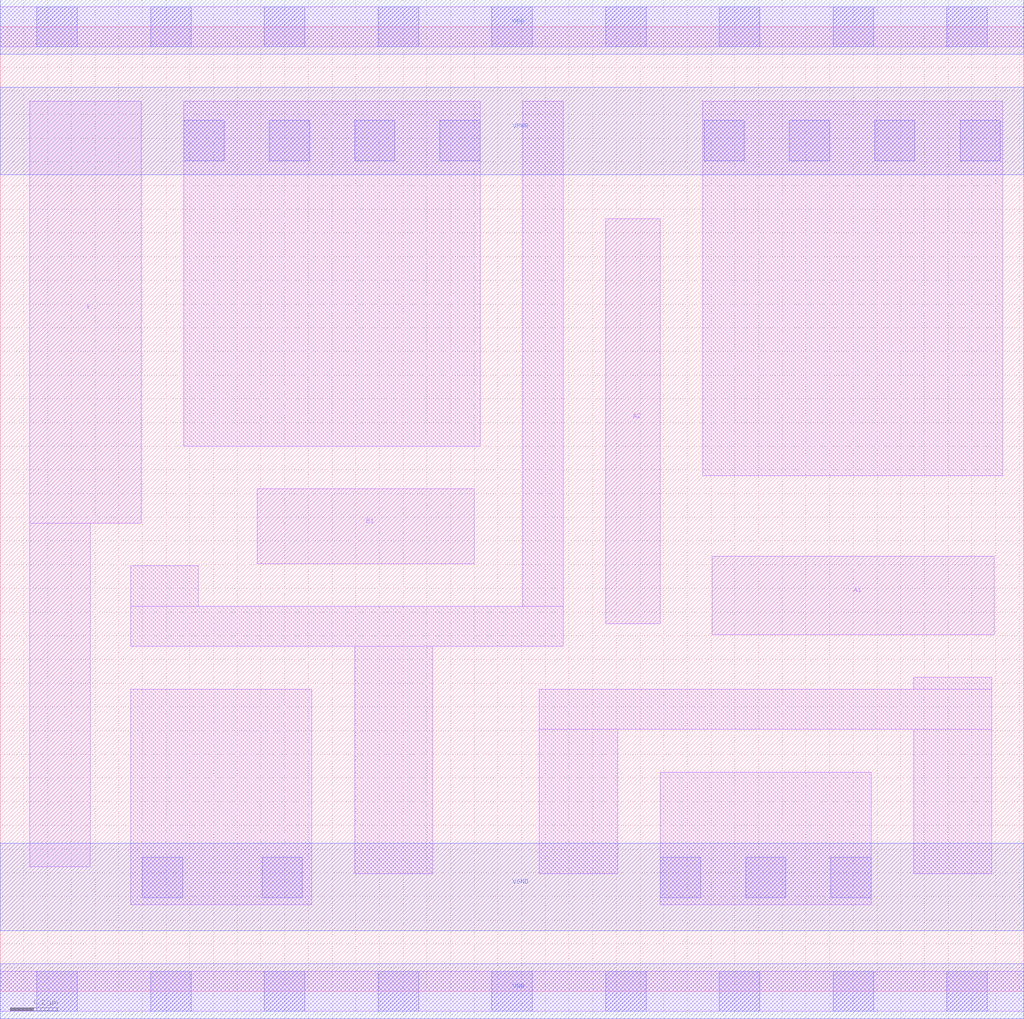
<source format=lef>
# Copyright 2020 The SkyWater PDK Authors
#
# Licensed under the Apache License, Version 2.0 (the "License");
# you may not use this file except in compliance with the License.
# You may obtain a copy of the License at
#
#     https://www.apache.org/licenses/LICENSE-2.0
#
# Unless required by applicable law or agreed to in writing, software
# distributed under the License is distributed on an "AS IS" BASIS,
# WITHOUT WARRANTIES OR CONDITIONS OF ANY KIND, either express or implied.
# See the License for the specific language governing permissions and
# limitations under the License.
#
# SPDX-License-Identifier: Apache-2.0

VERSION 5.5 ;
NAMESCASESENSITIVE ON ;
BUSBITCHARS "[]" ;
DIVIDERCHAR "/" ;
SITE unithvdbl
    SYMMETRY y  ;
    CLASS CORE  ;
    SIZE  0.480 BY 8.140 ;
END unithvdbl
MACRO sky130_fd_sc_hvl__o21a_1
  CLASS CORE ;
  SOURCE USER ;
  ORIGIN  0.000000  0.000000 ;
  SIZE  4.320000 BY  4.070000 ;
  SYMMETRY X Y ;
  SITE unithv ;
  PIN A1
    ANTENNAGATEAREA  1.125000 ;
    DIRECTION INPUT ;
    USE SIGNAL ;
    PORT
      LAYER li1 ;
        RECT 3.005000 1.505000 4.195000 1.835000 ;
    END
  END A1
  PIN A2
    ANTENNAGATEAREA  1.125000 ;
    DIRECTION INPUT ;
    USE SIGNAL ;
    PORT
      LAYER li1 ;
        RECT 2.555000 1.550000 2.785000 3.260000 ;
    END
  END A2
  PIN B1
    ANTENNAGATEAREA  1.125000 ;
    DIRECTION INPUT ;
    USE SIGNAL ;
    PORT
      LAYER li1 ;
        RECT 1.085000 1.805000 2.000000 2.120000 ;
    END
  END B1
  PIN X
    ANTENNADIFFAREA  0.626250 ;
    DIRECTION OUTPUT ;
    USE SIGNAL ;
    PORT
      LAYER li1 ;
        RECT 0.125000 0.525000 0.380000 1.975000 ;
        RECT 0.125000 1.975000 0.595000 3.755000 ;
    END
  END X
  PIN VGND
    DIRECTION INOUT ;
    USE GROUND ;
    PORT
      LAYER met1 ;
        RECT 0.000000 0.255000 4.320000 0.625000 ;
    END
  END VGND
  PIN VNB
    DIRECTION INOUT ;
    USE GROUND ;
    PORT
      LAYER met1 ;
        RECT 0.000000 -0.115000 4.320000 0.115000 ;
    END
  END VNB
  PIN VPB
    DIRECTION INOUT ;
    USE POWER ;
    PORT
      LAYER met1 ;
        RECT 0.000000 3.955000 4.320000 4.185000 ;
    END
  END VPB
  PIN VPWR
    DIRECTION INOUT ;
    USE POWER ;
    PORT
      LAYER met1 ;
        RECT 0.000000 3.445000 4.320000 3.815000 ;
    END
  END VPWR
  OBS
    LAYER li1 ;
      RECT 0.000000 -0.085000 4.320000 0.085000 ;
      RECT 0.000000  3.985000 4.320000 4.155000 ;
      RECT 0.550000  0.365000 1.315000 1.275000 ;
      RECT 0.550000  1.455000 2.375000 1.625000 ;
      RECT 0.550000  1.625000 0.835000 1.795000 ;
      RECT 0.775000  2.300000 2.025000 3.755000 ;
      RECT 1.495000  0.495000 1.825000 1.455000 ;
      RECT 2.205000  1.625000 2.375000 3.755000 ;
      RECT 2.275000  0.495000 2.605000 1.105000 ;
      RECT 2.275000  1.105000 4.185000 1.275000 ;
      RECT 2.785000  0.365000 3.675000 0.925000 ;
      RECT 2.965000  2.175000 4.230000 3.755000 ;
      RECT 3.855000  0.495000 4.185000 1.105000 ;
      RECT 3.855000  1.275000 4.185000 1.325000 ;
    LAYER mcon ;
      RECT 0.155000 -0.085000 0.325000 0.085000 ;
      RECT 0.155000 -0.085000 0.325000 0.085000 ;
      RECT 0.155000  3.985000 0.325000 4.155000 ;
      RECT 0.155000  3.985000 0.325000 4.155000 ;
      RECT 0.600000  0.395000 0.770000 0.565000 ;
      RECT 0.635000 -0.085000 0.805000 0.085000 ;
      RECT 0.635000 -0.085000 0.805000 0.085000 ;
      RECT 0.635000  3.985000 0.805000 4.155000 ;
      RECT 0.635000  3.985000 0.805000 4.155000 ;
      RECT 0.775000  3.505000 0.945000 3.675000 ;
      RECT 1.105000  0.395000 1.275000 0.565000 ;
      RECT 1.115000 -0.085000 1.285000 0.085000 ;
      RECT 1.115000 -0.085000 1.285000 0.085000 ;
      RECT 1.115000  3.985000 1.285000 4.155000 ;
      RECT 1.115000  3.985000 1.285000 4.155000 ;
      RECT 1.135000  3.505000 1.305000 3.675000 ;
      RECT 1.495000  3.505000 1.665000 3.675000 ;
      RECT 1.595000 -0.085000 1.765000 0.085000 ;
      RECT 1.595000 -0.085000 1.765000 0.085000 ;
      RECT 1.595000  3.985000 1.765000 4.155000 ;
      RECT 1.595000  3.985000 1.765000 4.155000 ;
      RECT 1.855000  3.505000 2.025000 3.675000 ;
      RECT 2.075000 -0.085000 2.245000 0.085000 ;
      RECT 2.075000 -0.085000 2.245000 0.085000 ;
      RECT 2.075000  3.985000 2.245000 4.155000 ;
      RECT 2.075000  3.985000 2.245000 4.155000 ;
      RECT 2.555000 -0.085000 2.725000 0.085000 ;
      RECT 2.555000 -0.085000 2.725000 0.085000 ;
      RECT 2.555000  3.985000 2.725000 4.155000 ;
      RECT 2.555000  3.985000 2.725000 4.155000 ;
      RECT 2.785000  0.395000 2.955000 0.565000 ;
      RECT 2.970000  3.505000 3.140000 3.675000 ;
      RECT 3.035000 -0.085000 3.205000 0.085000 ;
      RECT 3.035000 -0.085000 3.205000 0.085000 ;
      RECT 3.035000  3.985000 3.205000 4.155000 ;
      RECT 3.035000  3.985000 3.205000 4.155000 ;
      RECT 3.145000  0.395000 3.315000 0.565000 ;
      RECT 3.330000  3.505000 3.500000 3.675000 ;
      RECT 3.505000  0.395000 3.675000 0.565000 ;
      RECT 3.515000 -0.085000 3.685000 0.085000 ;
      RECT 3.515000 -0.085000 3.685000 0.085000 ;
      RECT 3.515000  3.985000 3.685000 4.155000 ;
      RECT 3.515000  3.985000 3.685000 4.155000 ;
      RECT 3.690000  3.505000 3.860000 3.675000 ;
      RECT 3.995000 -0.085000 4.165000 0.085000 ;
      RECT 3.995000 -0.085000 4.165000 0.085000 ;
      RECT 3.995000  3.985000 4.165000 4.155000 ;
      RECT 3.995000  3.985000 4.165000 4.155000 ;
      RECT 4.050000  3.505000 4.220000 3.675000 ;
  END
END sky130_fd_sc_hvl__o21a_1

</source>
